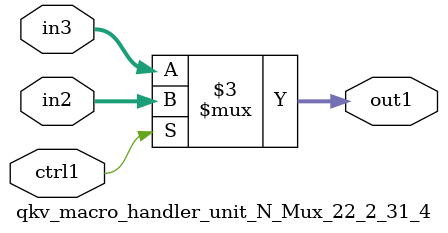
<source format=v>

`timescale 1ps / 1ps


module qkv_macro_handler_unit_N_Mux_22_2_31_4( in3, in2, ctrl1, out1 );

    input [21:0] in3;
    input [21:0] in2;
    input ctrl1;
    output [21:0] out1;
    reg [21:0] out1;

    
    // rtl_process:qkv_macro_handler_unit_N_Mux_22_2_31_4/qkv_macro_handler_unit_N_Mux_22_2_31_4_thread_1
    always @*
      begin : qkv_macro_handler_unit_N_Mux_22_2_31_4_thread_1
        case (ctrl1) 
          1'b1: 
            begin
              out1 = in2;
            end
          default: 
            begin
              out1 = in3;
            end
        endcase
      end

endmodule


</source>
